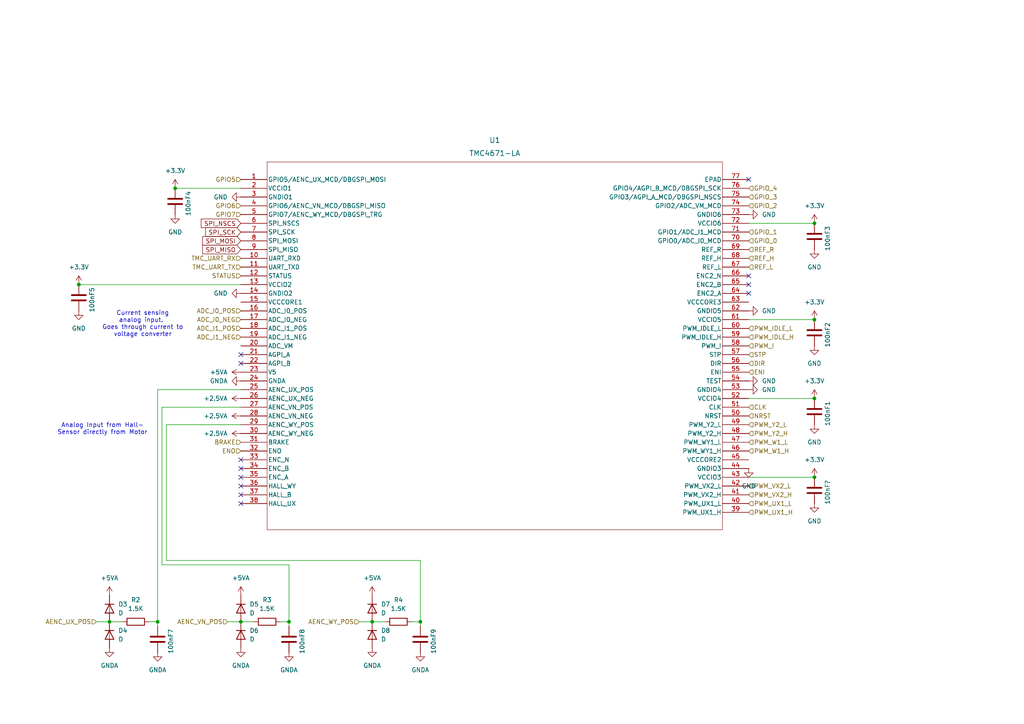
<source format=kicad_sch>
(kicad_sch (version 20231120) (generator "eeschema") (generator_version "8.0")
  (paper "A4")
  (lib_symbols
    (symbol "Custom_Motor_Driver:TMC4671-LA" (pin_names (offset 0.254))
      (property "Reference" "U" (at 73.66 10.16 0))
      (property "Value" "TMC4671-LA" (at 73.66 7.62 0))
      (symbol "TMC4671-LA_0_1"
        (polyline (pts (xy 7.62 -101.6) (xy 139.7 -101.6)) (stroke (width 0.127)))
        (polyline (pts (xy 7.62 5.08) (xy 7.62 -101.6)) (stroke (width 0.127)))
        (polyline (pts (xy 139.7 -101.6) (xy 139.7 5.08)) (stroke (width 0.127)))
        (polyline (pts (xy 139.7 5.08) (xy 7.62 5.08)) (stroke (width 0.127)))
        (pin bidirectional line (at 0 0 0) (length 7.62) (name "GPIO5/AENC_UX_MCD/DBGSPI_MOSI") (number "1"))
        (pin input line (at 0 -22.86 0) (length 7.62) (name "UART_RXD") (number "10"))
        (pin output line (at 0 -25.4 0) (length 7.62) (name "UART_TXD") (number "11"))
        (pin output line (at 0 -27.94 0) (length 7.62) (name "STATUS") (number "12"))
        (pin power_in line (at 0 -30.48 0) (length 7.62) (name "VCCIO2") (number "13"))
        (pin power_in line (at 0 -33.02 0) (length 7.62) (name "GNDIO2") (number "14"))
        (pin power_in line (at 0 -35.56 0) (length 7.62) (name "VCCCORE1") (number "15"))
        (pin input line (at 0 -38.1 0) (length 7.62) (name "ADC_I0_POS") (number "16"))
        (pin input line (at 0 -40.64 0) (length 7.62) (name "ADC_I0_NEG") (number "17"))
        (pin input line (at 0 -43.18 0) (length 7.62) (name "ADC_I1_POS") (number "18"))
        (pin input line (at 0 -45.72 0) (length 7.62) (name "ADC_I1_NEG") (number "19"))
        (pin power_in line (at 0 -2.54 0) (length 7.62) (name "VCCIO1") (number "2"))
        (pin input line (at 0 -48.26 0) (length 7.62) (name "ADC_VM") (number "20"))
        (pin input line (at 0 -50.8 0) (length 7.62) (name "AGPI_A") (number "21"))
        (pin input line (at 0 -53.34 0) (length 7.62) (name "AGPI_B") (number "22"))
        (pin power_in line (at 0 -55.88 0) (length 7.62) (name "V5") (number "23"))
        (pin power_in line (at 0 -58.42 0) (length 7.62) (name "GNDA") (number "24"))
        (pin input line (at 0 -60.96 0) (length 7.62) (name "AENC_UX_POS") (number "25"))
        (pin input line (at 0 -63.5 0) (length 7.62) (name "AENC_UX_NEG") (number "26"))
        (pin input line (at 0 -66.04 0) (length 7.62) (name "AENC_VN_POS") (number "27"))
        (pin input line (at 0 -68.58 0) (length 7.62) (name "AENC_VN_NEG") (number "28"))
        (pin input line (at 0 -71.12 0) (length 7.62) (name "AENC_WY_POS") (number "29"))
        (pin power_in line (at 0 -5.08 0) (length 7.62) (name "GNDIO1") (number "3"))
        (pin input line (at 0 -73.66 0) (length 7.62) (name "AENC_WY_NEG") (number "30"))
        (pin output line (at 0 -76.2 0) (length 7.62) (name "BRAKE") (number "31"))
        (pin output line (at 0 -78.74 0) (length 7.62) (name "ENO") (number "32"))
        (pin input line (at 0 -81.28 0) (length 7.62) (name "ENC_N") (number "33"))
        (pin input line (at 0 -83.82 0) (length 7.62) (name "ENC_B") (number "34"))
        (pin input line (at 0 -86.36 0) (length 7.62) (name "ENC_A") (number "35"))
        (pin input line (at 0 -88.9 0) (length 7.62) (name "HALL_WY") (number "36"))
        (pin input line (at 0 -91.44 0) (length 7.62) (name "HALL_B") (number "37"))
        (pin input line (at 0 -93.98 0) (length 7.62) (name "HALL_UX") (number "38"))
        (pin output line (at 147.32 -96.52 180) (length 7.62) (name "PWM_UX1_H") (number "39"))
        (pin bidirectional line (at 0 -7.62 0) (length 7.62) (name "GPIO6/AENC_VN_MCD/DBGSPI_MISO") (number "4"))
        (pin output line (at 147.32 -93.98 180) (length 7.62) (name "PWM_UX1_L") (number "40"))
        (pin output line (at 147.32 -91.44 180) (length 7.62) (name "PWM_VX2_H") (number "41"))
        (pin output line (at 147.32 -88.9 180) (length 7.62) (name "PWM_VX2_L") (number "42"))
        (pin power_in line (at 147.32 -86.36 180) (length 7.62) (name "VCCIO3") (number "43"))
        (pin power_in line (at 147.32 -83.82 180) (length 7.62) (name "GNDIO3") (number "44"))
        (pin power_in line (at 147.32 -81.28 180) (length 7.62) (name "VCCCORE2") (number "45"))
        (pin output line (at 147.32 -78.74 180) (length 7.62) (name "PWM_WY1_H") (number "46"))
        (pin output line (at 147.32 -76.2 180) (length 7.62) (name "PWM_WY1_L") (number "47"))
        (pin output line (at 147.32 -73.66 180) (length 7.62) (name "PWM_Y2_H") (number "48"))
        (pin output line (at 147.32 -71.12 180) (length 7.62) (name "PWM_Y2_L") (number "49"))
        (pin bidirectional line (at 0 -10.16 0) (length 7.62) (name "GPIO7/AENC_WY_MCD/DBGSPI_TRG") (number "5"))
        (pin input line (at 147.32 -68.58 180) (length 7.62) (name "NRST") (number "50"))
        (pin input line (at 147.32 -66.04 180) (length 7.62) (name "CLK") (number "51"))
        (pin power_in line (at 147.32 -63.5 180) (length 7.62) (name "VCCIO4") (number "52"))
        (pin power_in line (at 147.32 -60.96 180) (length 7.62) (name "GNDIO4") (number "53"))
        (pin input line (at 147.32 -58.42 180) (length 7.62) (name "TEST") (number "54"))
        (pin input line (at 147.32 -55.88 180) (length 7.62) (name "ENI") (number "55"))
        (pin input line (at 147.32 -53.34 180) (length 7.62) (name "DIR") (number "56"))
        (pin input line (at 147.32 -50.8 180) (length 7.62) (name "STP") (number "57"))
        (pin input line (at 147.32 -48.26 180) (length 7.62) (name "PWM_I") (number "58"))
        (pin input line (at 147.32 -45.72 180) (length 7.62) (name "PWM_IDLE_H") (number "59"))
        (pin input line (at 0 -12.7 0) (length 7.62) (name "SPI_NSCS") (number "6"))
        (pin input line (at 147.32 -43.18 180) (length 7.62) (name "PWM_IDLE_L") (number "60"))
        (pin power_in line (at 147.32 -40.64 180) (length 7.62) (name "VCCIO5") (number "61"))
        (pin power_in line (at 147.32 -38.1 180) (length 7.62) (name "GNDIO5") (number "62"))
        (pin power_in line (at 147.32 -35.56 180) (length 7.62) (name "VCCCORE3") (number "63"))
        (pin input line (at 147.32 -33.02 180) (length 7.62) (name "ENC2_A") (number "64"))
        (pin input line (at 147.32 -30.48 180) (length 7.62) (name "ENC2_B") (number "65"))
        (pin input line (at 147.32 -27.94 180) (length 7.62) (name "ENC2_N") (number "66"))
        (pin input line (at 147.32 -25.4 180) (length 7.62) (name "REF_L") (number "67"))
        (pin input line (at 147.32 -22.86 180) (length 7.62) (name "REF_H") (number "68"))
        (pin input line (at 147.32 -20.32 180) (length 7.62) (name "REF_R") (number "69"))
        (pin input line (at 0 -15.24 0) (length 7.62) (name "SPI_SCK") (number "7"))
        (pin bidirectional line (at 147.32 -17.78 180) (length 7.62) (name "GPIO0/ADC_I0_MCD") (number "70"))
        (pin bidirectional line (at 147.32 -15.24 180) (length 7.62) (name "GPIO1/ADC_I1_MCD") (number "71"))
        (pin power_in line (at 147.32 -12.7 180) (length 7.62) (name "VCCIO6") (number "72"))
        (pin power_in line (at 147.32 -10.16 180) (length 7.62) (name "GNDIO6") (number "73"))
        (pin bidirectional line (at 147.32 -7.62 180) (length 7.62) (name "GPIO2/ADC_VM_MCD") (number "74"))
        (pin bidirectional line (at 147.32 -5.08 180) (length 7.62) (name "GPIO3/AGPI_A_MCD/DBGSPI_NSCS") (number "75"))
        (pin bidirectional line (at 147.32 -2.54 180) (length 7.62) (name "GPIO4/AGPI_B_MCD/DBGSPI_SCK") (number "76"))
        (pin unspecified line (at 147.32 0 180) (length 7.62) (name "EPAD") (number "77"))
        (pin input line (at 0 -17.78 0) (length 7.62) (name "SPI_MOSI") (number "8"))
        (pin output line (at 0 -20.32 0) (length 7.62) (name "SPI_MISO") (number "9"))
      )
    )
    (symbol "Device:C" (pin_numbers hide) (pin_names (offset 0.254))
      (property "Reference" "C" (at 0.635 2.54 0))
      (property "Value" "C" (at 0.635 -2.54 0))
      (symbol "C_0_1"
        (polyline (pts (xy -2.032 -0.762) (xy 2.032 -0.762)) (stroke (width 0.508)))
        (polyline (pts (xy -2.032 0.762) (xy 2.032 0.762)) (stroke (width 0.508)))
      )
      (symbol "C_1_1"
        (pin passive line (at 0 3.81 270) (length 2.794) (name "~") (number "1"))
        (pin passive line (at 0 -3.81 90) (length 2.794) (name "~") (number "2"))
      )
    )
    (symbol "Device:D" (pin_numbers hide) (pin_names (offset 1.016) hide)
      (property "Reference" "D" (at 0 2.54 0))
      (property "Value" "D" (at 0 -2.54 0))
      (symbol "D_0_1"
        (polyline (pts (xy -1.27 1.27) (xy -1.27 -1.27)) (stroke (width 0.254)))
        (polyline (pts (xy 1.27 0) (xy -1.27 0)))
        (polyline (pts (xy 1.27 1.27) (xy 1.27 -1.27) (xy -1.27 0) (xy 1.27 1.27)) (stroke (width 0.254)))
      )
      (symbol "D_1_1"
        (pin passive line (at -3.81 0 0) (length 2.54) (name "K") (number "1"))
        (pin passive line (at 3.81 0 180) (length 2.54) (name "A") (number "2"))
      )
    )
    (symbol "Device:R" (pin_numbers hide) (pin_names (offset 0))
      (property "Reference" "R" (at 2.032 0 90))
      (property "Value" "R" (at 0 0 90))
      (symbol "R_0_1"
        (rectangle (start -1.016 -2.54) (end 1.016 2.54) (stroke (width 0.254)))
      )
      (symbol "R_1_1"
        (pin passive line (at 0 3.81 270) (length 1.27) (name "~") (number "1"))
        (pin passive line (at 0 -3.81 90) (length 1.27) (name "~") (number "2"))
      )
    )
    (symbol "power:+2V5" (power) (pin_numbers hide) (pin_names (offset 0) hide)
      (property "Value" "+2V5" (at 0 3.556 0))
      (symbol "+2V5_0_1"
        (polyline (pts (xy -0.762 1.27) (xy 0 2.54)))
        (polyline (pts (xy 0 0) (xy 0 2.54)))
        (polyline (pts (xy 0 2.54) (xy 0.762 1.27)))
      )
      (symbol "+2V5_1_1"
        (pin power_in line (at 0 0 90) (length 0) (name "~") (number "1"))
      )
    )
    (symbol "power:+3.3V" (power) (pin_numbers hide) (pin_names (offset 0) hide)
      (property "Value" "+3.3V" (at 0 3.556 0))
      (symbol "+3.3V_0_1"
        (polyline (pts (xy -0.762 1.27) (xy 0 2.54)))
        (polyline (pts (xy 0 0) (xy 0 2.54)))
        (polyline (pts (xy 0 2.54) (xy 0.762 1.27)))
      )
      (symbol "+3.3V_1_1"
        (pin power_in line (at 0 0 90) (length 0) (name "~") (number "1"))
      )
    )
    (symbol "power:+5VA" (power) (pin_numbers hide) (pin_names (offset 0) hide)
      (property "Value" "+5VA" (at 0 3.556 0))
      (symbol "+5VA_0_1"
        (polyline (pts (xy -0.762 1.27) (xy 0 2.54)))
        (polyline (pts (xy 0 0) (xy 0 2.54)))
        (polyline (pts (xy 0 2.54) (xy 0.762 1.27)))
      )
      (symbol "+5VA_1_1"
        (pin power_in line (at 0 0 90) (length 0) (name "~") (number "1"))
      )
    )
    (symbol "power:GND" (power) (pin_numbers hide) (pin_names (offset 0) hide)
      (property "Value" "GND" (at 0 -3.81 0))
      (symbol "GND_0_1"
        (polyline (pts (xy 0 0) (xy 0 -1.27) (xy 1.27 -1.27) (xy 0 -2.54) (xy -1.27 -1.27) (xy 0 -1.27)))
      )
      (symbol "GND_1_1"
        (pin power_in line (at 0 0 270) (length 0) (name "~") (number "1"))
      )
    )
    (symbol "power:GNDA" (power) (pin_numbers hide) (pin_names (offset 0) hide)
      (property "Value" "GNDA" (at 0 -3.81 0))
      (symbol "GNDA_0_1"
        (polyline (pts (xy 0 0) (xy 0 -1.27) (xy 1.27 -1.27) (xy 0 -2.54) (xy -1.27 -1.27) (xy 0 -1.27)))
      )
      (symbol "GNDA_1_1"
        (pin power_in line (at 0 0 270) (length 0) (name "~") (number "1"))
      )
    )
  )
  (junction (at 236.22 64.77))
  (junction (at 50.8 54.61))
  (junction (at 69.85 180.34))
  (junction (at 31.75 180.34))
  (junction (at 121.92 180.34))
  (junction (at 22.86 82.55))
  (junction (at 236.22 138.43))
  (junction (at 236.22 92.71))
  (junction (at 236.22 115.57))
  (junction (at 107.95 180.34))
  (junction (at 45.72 180.34))
  (junction (at 83.82 180.34))
  (no_connect (at 217.17 80.01))
  (no_connect (at 69.85 143.51))
  (no_connect (at 69.85 133.35))
  (no_connect (at 69.85 140.97))
  (no_connect (at 217.17 82.55))
  (no_connect (at 69.85 138.43))
  (no_connect (at 69.85 102.87))
  (no_connect (at 69.85 105.41))
  (no_connect (at 217.17 52.07))
  (no_connect (at 69.85 135.89))
  (no_connect (at 69.85 146.05))
  (no_connect (at 217.17 85.09))
  (wire (pts (xy 121.92 162.56) (xy 121.92 180.34)))
  (wire (pts (xy 69.85 118.11) (xy 46.99 118.11)))
  (wire (pts (xy 69.85 180.34) (xy 73.66 180.34)))
  (wire (pts (xy 48.26 123.19) (xy 48.26 162.56)))
  (wire (pts (xy 81.28 180.34) (xy 83.82 180.34)))
  (wire (pts (xy 121.92 180.34) (xy 121.92 181.61)))
  (wire (pts (xy 83.82 180.34) (xy 83.82 181.61)))
  (wire (pts (xy 69.85 113.03) (xy 45.72 113.03)))
  (wire (pts (xy 27.94 180.34) (xy 31.75 180.34)))
  (wire (pts (xy 22.86 82.55) (xy 69.85 82.55)))
  (wire (pts (xy 43.18 180.34) (xy 45.72 180.34)))
  (wire (pts (xy 83.82 163.83) (xy 83.82 180.34)))
  (wire (pts (xy 45.72 113.03) (xy 45.72 180.34)))
  (wire (pts (xy 45.72 180.34) (xy 45.72 181.61)))
  (wire (pts (xy 69.85 54.61) (xy 50.8 54.61)))
  (wire (pts (xy 217.17 92.71) (xy 236.22 92.71)))
  (wire (pts (xy 31.75 180.34) (xy 35.56 180.34)))
  (wire (pts (xy 46.99 118.11) (xy 46.99 163.83)))
  (wire (pts (xy 69.85 123.19) (xy 48.26 123.19)))
  (wire (pts (xy 119.38 180.34) (xy 121.92 180.34)))
  (wire (pts (xy 217.17 115.57) (xy 236.22 115.57)))
  (wire (pts (xy 46.99 163.83) (xy 83.82 163.83)))
  (wire (pts (xy 66.04 180.34) (xy 69.85 180.34)))
  (wire (pts (xy 104.14 180.34) (xy 107.95 180.34)))
  (wire (pts (xy 107.95 180.34) (xy 111.76 180.34)))
  (wire (pts (xy 217.17 138.43) (xy 236.22 138.43)))
  (wire (pts (xy 48.26 162.56) (xy 121.92 162.56)))
  (wire (pts (xy 217.17 64.77) (xy 236.22 64.77)))
  (text "Current sensing\nanalog input. \nGoes through current to\nvoltage converter\n" (at 41.402 93.98 0) (effects (font (size 1.27 1.27))))
  (text "Analog Input from Hall-\nSensor directly from Motor" (at 29.718 124.46 0) (effects (font (size 1.27 1.27))))
  (global_label "SPI_SCK" (shape input) (at 69.85 67.31 180) (property "Intersheetrefs" "${INTERSHEET_REFS}" (effects (hide yes))))
  (global_label "SPI_MISO" (shape input) (at 69.85 72.39 180) (property "Intersheetrefs" "${INTERSHEET_REFS}" (effects (hide yes))))
  (global_label "SPI_MOSI" (shape input) (at 69.85 69.85 180) (property "Intersheetrefs" "${INTERSHEET_REFS}" (effects (hide yes))))
  (global_label "SPI_NSCS" (shape input) (at 69.85 64.77 180) (property "Intersheetrefs" "${INTERSHEET_REFS}" (effects (hide yes))))
  (hierarchical_label "ADC_I0_POS" (shape input) (at 69.85 90.17 180))
  (hierarchical_label "ADC_I1_POS" (shape input) (at 69.85 95.25 180))
  (hierarchical_label "PWM_UX1_L" (shape input) (at 217.17 146.05 0))
  (hierarchical_label "PWM_VX2_H" (shape input) (at 217.17 143.51 0))
  (hierarchical_label "BRAKE" (shape input) (at 69.85 128.27 180))
  (hierarchical_label "ADC_I1_NEG" (shape input) (at 69.85 97.79 180))
  (hierarchical_label "PWM_I" (shape input) (at 217.17 100.33 0))
  (hierarchical_label "STP" (shape input) (at 217.17 102.87 0))
  (hierarchical_label "AENC_WY_POS" (shape input) (at 104.14 180.34 180))
  (hierarchical_label "PWM_IDLE_H" (shape input) (at 217.17 97.79 0))
  (hierarchical_label "REF_L" (shape input) (at 217.17 77.47 0))
  (hierarchical_label "GPIO7" (shape input) (at 69.85 62.23 180))
  (hierarchical_label "GPIO_4" (shape input) (at 217.17 54.61 0))
  (hierarchical_label "PWM_VX2_L" (shape input) (at 217.17 140.97 0))
  (hierarchical_label "ENI" (shape input) (at 217.17 107.95 0))
  (hierarchical_label "REF_R" (shape input) (at 217.17 72.39 0))
  (hierarchical_label "AENC_UX_POS" (shape input) (at 27.94 180.34 180))
  (hierarchical_label "GPIO_3" (shape input) (at 217.17 57.15 0))
  (hierarchical_label "DIR" (shape input) (at 217.17 105.41 0))
  (hierarchical_label "PWM_W1_H" (shape input) (at 217.17 130.81 0))
  (hierarchical_label "PWM_W1_L" (shape input) (at 217.17 128.27 0))
  (hierarchical_label "NRST" (shape input) (at 217.17 120.65 0))
  (hierarchical_label "PWM_Y2_H" (shape input) (at 217.17 125.73 0))
  (hierarchical_label "GPIO_2" (shape input) (at 217.17 59.69 0))
  (hierarchical_label "GPIO_0" (shape input) (at 217.17 69.85 0))
  (hierarchical_label "ADC_I0_NEG" (shape input) (at 69.85 92.71 180))
  (hierarchical_label "PWM_Y2_L" (shape input) (at 217.17 123.19 0))
  (hierarchical_label "ENO" (shape input) (at 69.85 130.81 180))
  (hierarchical_label "AENC_VN_POS" (shape input) (at 66.04 180.34 180))
  (hierarchical_label "REF_H" (shape input) (at 217.17 74.93 0))
  (hierarchical_label "TMC_UART_RX" (shape input) (at 69.85 74.93 180))
  (hierarchical_label "GPIO5" (shape input) (at 69.85 52.07 180))
  (hierarchical_label "CLK" (shape input) (at 217.17 118.11 0))
  (hierarchical_label "GPIO6" (shape input) (at 69.85 59.69 180))
  (hierarchical_label "PWM_UX1_H" (shape input) (at 217.17 148.59 0))
  (hierarchical_label "PWM_IDLE_L" (shape input) (at 217.17 95.25 0))
  (hierarchical_label "TMC_UART_TX" (shape input) (at 69.85 77.47 180))
  (hierarchical_label "STATUS" (shape input) (at 69.85 80.01 180))
  (hierarchical_label "GPIO_1" (shape input) (at 217.17 67.31 0))
  (symbol (lib_id "power:+3.3V") (at 236.22 92.71 0) (unit 1)
    (property "Reference" "#PWR045" (effects (hide yes)))
    (property "Value" "+3.3V" (at 236.22 87.63 0))
    (property "Description" "Power symbol creates a global label with name \"+3.3V\"" (effects (hide yes)))
    (instances (project "motordriver" (path "" (reference "#PWR045") (unit 1)) (path "" (reference "#PWR?") (unit 1)) (path "" (reference "#PWR?") (unit 1))))
  )
  (symbol (lib_id "power:GND") (at 236.22 72.39 0) (unit 1)
    (property "Reference" "#PWR043" (effects (hide yes)))
    (property "Value" "GND" (at 236.22 77.47 0))
    (property "Description" "Power symbol creates a global label with name \"GND\" , ground" (effects (hide yes)))
    (instances (project "motordriver" (path "" (reference "#PWR043") (unit 1)) (path "" (reference "#PWR?") (unit 1)) (path "" (reference "#PWR?") (unit 1))))
  )
  (symbol (lib_id "Device:C") (at 236.22 68.58 180) (unit 1)
    (property "Reference" "100nF3" (at 240.03 65.532 90) (effects (justify left)))
    (property "Value" "C" (effects (hide yes)))
    (property "Description" "Unpolarized capacitor" (effects (hide yes)))
    (instances (project "motordriver" (path "" (reference "100nF3") (unit 1)) (path "" (reference "100nF24") (unit 1)) (path "" (reference "100nF14") (unit 1))))
  )
  (symbol (lib_id "power:+5VA") (at 107.95 172.72 0) (unit 1)
    (property "Reference" "#PWR0147" (effects (hide yes)))
    (property "Value" "+5VA" (at 107.95 167.64 0))
    (property "Description" "Power symbol creates a global label with name \"+5VA\"" (effects (hide yes)))
    (instances (project "motordriver" (path "" (reference "#PWR0147") (unit 1)) (path "" (reference "#PWR0149") (unit 1)) (path "" (reference "#PWR0148") (unit 1))))
  )
  (symbol (lib_id "power:GNDA") (at 83.82 189.23 0) (unit 1)
    (property "Reference" "#PWR09" (effects (hide yes)))
    (property "Value" "GNDA" (at 83.82 194.31 0))
    (property "Description" "Power symbol creates a global label with name \"GNDA\" , analog ground" (effects (hide yes)))
    (instances (project "motordriver" (path "" (reference "#PWR09") (unit 1)) (path "" (reference "#PWR0128") (unit 1)) (path "" (reference "#PWR0127") (unit 1))))
  )
  (symbol (lib_id "power:GND") (at 217.17 62.23 90) (unit 1)
    (property "Reference" "#PWR042" (effects (hide yes)))
    (property "Value" "GND" (at 220.98 62.2299 90) (effects (justify right)))
    (property "Description" "Power symbol creates a global label with name \"GND\" , ground" (effects (hide yes)))
    (instances (project "motordriver" (path "" (reference "#PWR042") (unit 1)) (path "" (reference "#PWR?") (unit 1)) (path "" (reference "#PWR?") (unit 1))))
  )
  (symbol (lib_id "Device:D") (at 31.75 184.15 270) (unit 1)
    (property "Reference" "D4" (at 34.29 182.8799 90) (effects (justify left)))
    (property "Value" "D" (at 34.29 185.4199 90) (effects (justify left)))
    (property "Description" "Diode" (effects (hide yes)))
    (property "Sim.Device" "D" (effects (hide yes)))
    (property "Sim.Pins" "1=K 2=A" (effects (hide yes)))
    (instances (project "motordriver" (path "" (reference "D4") (unit 1)) (path "" (reference "D14") (unit 1)) (path "" (reference "D2") (unit 1))))
  )
  (symbol (lib_id "Device:C") (at 50.8 58.42 180) (unit 1)
    (property "Reference" "100nF4" (at 54.61 55.372 90) (effects (justify left)))
    (property "Value" "C" (effects (hide yes)))
    (property "Description" "Unpolarized capacitor" (effects (hide yes)))
    (instances (project "motordriver" (path "" (reference "100nF4") (unit 1)) (path "" (reference "100nF21") (unit 1)) (path "" (reference "100nF11") (unit 1))))
  )
  (symbol (lib_id "Device:R") (at 39.37 180.34 90) (unit 1)
    (property "Reference" "R2" (at 39.37 173.99 90))
    (property "Value" "1.5K" (at 39.37 176.53 90))
    (property "Description" "Resistor" (effects (hide yes)))
    (instances (project "motordriver" (path "" (reference "R2") (unit 1)) (path "" (reference "R7") (unit 1)) (path "" (reference "R1") (unit 1))))
  )
  (symbol (lib_id "power:GNDA") (at 45.72 189.23 0) (unit 1)
    (property "Reference" "#PWR01" (effects (hide yes)))
    (property "Value" "GNDA" (at 45.72 194.31 0))
    (property "Description" "Power symbol creates a global label with name \"GNDA\" , analog ground" (effects (hide yes)))
    (instances (project "motordriver" (path "" (reference "#PWR01") (unit 1)) (path "" (reference "#PWR05") (unit 1)) (path "" (reference "#PWR04") (unit 1))))
  )
  (symbol (lib_id "power:GND") (at 217.17 113.03 90) (unit 1)
    (property "Reference" "#PWR039" (effects (hide yes)))
    (property "Value" "GND" (at 220.98 113.0299 90) (effects (justify right)))
    (property "Description" "Power symbol creates a global label with name \"GND\" , ground" (effects (hide yes)))
    (instances (project "motordriver" (path "" (reference "#PWR039") (unit 1)) (path "" (reference "#PWR?") (unit 1)) (path "" (reference "#PWR?") (unit 1))))
  )
  (symbol (lib_id "power:GND") (at 236.22 123.19 0) (unit 1)
    (property "Reference" "#PWR038" (effects (hide yes)))
    (property "Value" "GND" (at 236.22 128.27 0))
    (property "Description" "Power symbol creates a global label with name \"GND\" , ground" (effects (hide yes)))
    (instances (project "motordriver" (path "" (reference "#PWR038") (unit 1)) (path "" (reference "#PWR?") (unit 1)) (path "" (reference "#PWR?") (unit 1))))
  )
  (symbol (lib_id "power:+3.3V") (at 236.22 64.77 0) (unit 1)
    (property "Reference" "#PWR044" (effects (hide yes)))
    (property "Value" "+3.3V" (at 236.22 59.69 0))
    (property "Description" "Power symbol creates a global label with name \"+3.3V\"" (effects (hide yes)))
    (instances (project "" (path "" (reference "#PWR044") (unit 1)) (path "" (reference "#PWR?") (unit 1)) (path "" (reference "#PWR?") (unit 1))))
  )
  (symbol (lib_id "power:GND") (at 50.8 62.23 0) (unit 1)
    (property "Reference" "#PWR?" (effects (hide yes)))
    (property "Value" "GND" (at 50.8 67.31 0))
    (property "Description" "Power symbol creates a global label with name \"GND\" , ground" (effects (hide yes)))
    (instances (project "motordriver" (path "" (reference "#PWR?") (unit 1)) (path "" (reference "#PWR017") (unit 1)) (path "" (reference "#PWR03") (unit 1))))
  )
  (symbol (lib_id "power:+3.3V") (at 236.22 115.57 0) (unit 1)
    (property "Reference" "#PWR035" (effects (hide yes)))
    (property "Value" "+3.3V" (at 236.22 110.49 0))
    (property "Description" "Power symbol creates a global label with name \"+3.3V\"" (effects (hide yes)))
    (instances (project "motordriver" (path "" (reference "#PWR035") (unit 1)) (path "" (reference "#PWR?") (unit 1)) (path "" (reference "#PWR?") (unit 1))))
  )
  (symbol (lib_id "Device:C") (at 83.82 185.42 180) (unit 1)
    (property "Reference" "100nF8" (at 87.63 182.372 90) (effects (justify left)))
    (property "Value" "C" (effects (hide yes)))
    (property "Description" "Unpolarized capacitor" (effects (hide yes)))
    (instances (project "motordriver" (path "" (reference "100nF8") (unit 1)) (path "" (reference "100nF22") (unit 1)) (path "" (reference "100nF12") (unit 1))))
  )
  (symbol (lib_id "power:GNDA") (at 121.92 189.23 0) (unit 1)
    (property "Reference" "#PWR0152" (effects (hide yes)))
    (property "Value" "GNDA" (at 121.92 194.31 0))
    (property "Description" "Power symbol creates a global label with name \"GNDA\" , analog ground" (effects (hide yes)))
    (instances (project "motordriver" (path "" (reference "#PWR0152") (unit 1)) (path "" (reference "#PWR0154") (unit 1)) (path "" (reference "#PWR0153") (unit 1))))
  )
  (symbol (lib_id "power:GNDA") (at 69.85 110.49 270) (unit 1)
    (property "Reference" "#PWR031" (effects (hide yes)))
    (property "Value" "GNDA" (at 66.04 110.4899 90) (effects (justify right)))
    (property "Description" "Power symbol creates a global label with name \"GNDA\" , analog ground" (effects (hide yes)))
    (instances (project "" (path "" (reference "#PWR031") (unit 1)) (path "" (reference "#PWR?") (unit 1)) (path "" (reference "#PWR?") (unit 1))))
  )
  (symbol (lib_id "Device:D") (at 69.85 176.53 270) (unit 1)
    (property "Reference" "D5" (at 72.39 175.2599 90) (effects (justify left)))
    (property "Value" "D" (at 72.39 177.7999 90) (effects (justify left)))
    (property "Description" "Diode" (effects (hide yes)))
    (property "Sim.Device" "D" (effects (hide yes)))
    (property "Sim.Pins" "1=K 2=A" (effects (hide yes)))
    (instances (project "motordriver" (path "" (reference "D5") (unit 1)) (path "" (reference "D15") (unit 1)) (path "" (reference "D9") (unit 1))))
  )
  (symbol (lib_id "Device:C") (at 236.22 142.24 180) (unit 1)
    (property "Reference" "100nF?" (at 240.03 139.192 90) (effects (justify left)))
    (property "Value" "C" (effects (hide yes)))
    (property "Description" "Unpolarized capacitor" (effects (hide yes)))
    (instances (project "motordriver" (path "" (reference "100nF?") (unit 1)) (path "" (reference "100nF27") (unit 1)) (path "" (reference "100nF18") (unit 1))))
  )
  (symbol (lib_id "power:GND") (at 217.17 135.89 0) (unit 1)
    (property "Reference" "#PWR037" (effects (hide yes)))
    (property "Value" "GND" (at 217.17 140.97 0))
    (property "Description" "Power symbol creates a global label with name \"GND\" , ground" (effects (hide yes)))
    (instances (project "motordriver" (path "" (reference "#PWR037") (unit 1)) (path "" (reference "#PWR?") (unit 1)) (path "" (reference "#PWR?") (unit 1))))
  )
  (symbol (lib_id "power:+5VA") (at 69.85 107.95 90) (unit 1)
    (property "Reference" "#PWR0131" (effects (hide yes)))
    (property "Value" "+5VA" (at 66.04 107.9499 90) (effects (justify left)))
    (property "Description" "Power symbol creates a global label with name \"+5VA\"" (effects (hide yes)))
    (instances (project "" (path "" (reference "#PWR0130") (unit 1)) (path "" (reference "#PWR0132") (unit 1)) (path "" (reference "#PWR0131") (unit 1))))
  )
  (symbol (lib_id "power:GND") (at 217.17 90.17 90) (unit 1)
    (property "Reference" "#PWR041" (effects (hide yes)))
    (property "Value" "GND" (at 220.98 90.1699 90) (effects (justify right)))
    (property "Description" "Power symbol creates a global label with name \"GND\" , ground" (effects (hide yes)))
    (instances (project "motordriver" (path "" (reference "#PWR041") (unit 1)) (path "" (reference "#PWR?") (unit 1)) (path "" (reference "#PWR?") (unit 1))))
  )
  (symbol (lib_id "power:GND") (at 69.85 85.09 270) (unit 1)
    (property "Reference" "#PWR032" (effects (hide yes)))
    (property "Value" "GND" (at 66.04 85.0899 90) (effects (justify right)))
    (property "Description" "Power symbol creates a global label with name \"GND\" , ground" (effects (hide yes)))
    (instances (project "" (path "" (reference "#PWR032") (unit 1)) (path "" (reference "#PWR?") (unit 1)) (path "" (reference "#PWR?") (unit 1))))
  )
  (symbol (lib_id "Device:C") (at 236.22 119.38 180) (unit 1)
    (property "Reference" "100nF1" (at 240.03 116.332 90) (effects (justify left)))
    (property "Value" "C" (effects (hide yes)))
    (property "Description" "Unpolarized capacitor" (effects (hide yes)))
    (instances (project "motordriver" (path "" (reference "100nF1") (unit 1)) (path "" (reference "100nF26") (unit 1)) (path "" (reference "100nF16") (unit 1))))
  )
  (symbol (lib_id "Device:D") (at 69.85 184.15 270) (unit 1)
    (property "Reference" "D6" (at 72.39 182.8799 90) (effects (justify left)))
    (property "Value" "D" (at 72.39 185.4199 90) (effects (justify left)))
    (property "Description" "Diode" (effects (hide yes)))
    (property "Sim.Device" "D" (effects (hide yes)))
    (property "Sim.Pins" "1=K 2=A" (effects (hide yes)))
    (instances (project "motordriver" (path "" (reference "D6") (unit 1)) (path "" (reference "D16") (unit 1)) (path "" (reference "D10") (unit 1))))
  )
  (symbol (lib_id "Device:R") (at 77.47 180.34 90) (unit 1)
    (property "Reference" "R3" (at 77.47 173.99 90))
    (property "Value" "1.5K" (at 77.47 176.53 90))
    (property "Description" "Resistor" (effects (hide yes)))
    (instances (project "motordriver" (path "" (reference "R3") (unit 1)) (path "" (reference "R8") (unit 1)) (path "" (reference "R5") (unit 1))))
  )
  (symbol (lib_id "power:GND") (at 217.17 110.49 90) (unit 1)
    (property "Reference" "#PWR040" (effects (hide yes)))
    (property "Value" "GND" (at 220.98 110.4899 90) (effects (justify right)))
    (property "Description" "Power symbol creates a global label with name \"GND\" , ground" (effects (hide yes)))
    (instances (project "motordriver" (path "" (reference "#PWR040") (unit 1)) (path "" (reference "#PWR?") (unit 1)) (path "" (reference "#PWR?") (unit 1))))
  )
  (symbol (lib_id "power:+3.3V") (at 22.86 82.55 0) (unit 1)
    (property "Reference" "#PWR029" (effects (hide yes)))
    (property "Value" "+3.3V" (at 22.86 77.47 0))
    (property "Description" "Power symbol creates a global label with name \"+3.3V\"" (effects (hide yes)))
    (instances (project "" (path "" (reference "#PWR029") (unit 1)) (path "" (reference "#PWR?") (unit 1)) (path "" (reference "#PWR?") (unit 1))))
  )
  (symbol (lib_id "Device:C") (at 22.86 86.36 180) (unit 1)
    (property "Reference" "100nF5" (at 26.67 83.312 90) (effects (justify left)))
    (property "Value" "C" (effects (hide yes)))
    (property "Description" "Unpolarized capacitor" (effects (hide yes)))
    (instances (project "motordriver" (path "" (reference "100nF5") (unit 1)) (path "" (reference "100nF19") (unit 1)) (path "" (reference "100nF6") (unit 1))))
  )
  (symbol (lib_id "power:+5VA") (at 69.85 172.72 0) (unit 1)
    (property "Reference" "#PWR0144" (effects (hide yes)))
    (property "Value" "+5VA" (at 69.85 167.64 0))
    (property "Description" "Power symbol creates a global label with name \"+5VA\"" (effects (hide yes)))
    (instances (project "motordriver" (path "" (reference "#PWR0144") (unit 1)) (path "" (reference "#PWR0146") (unit 1)) (path "" (reference "#PWR0145") (unit 1))))
  )
  (symbol (lib_id "Device:D") (at 107.95 184.15 270) (unit 1)
    (property "Reference" "D8" (at 110.49 182.8799 90) (effects (justify left)))
    (property "Value" "D" (at 110.49 185.4199 90) (effects (justify left)))
    (property "Description" "Diode" (effects (hide yes)))
    (property "Sim.Device" "D" (effects (hide yes)))
    (property "Sim.Pins" "1=K 2=A" (effects (hide yes)))
    (instances (project "motordriver" (path "" (reference "D8") (unit 1)) (path "" (reference "D18") (unit 1)) (path "" (reference "D12") (unit 1))))
  )
  (symbol (lib_id "Device:D") (at 107.95 176.53 270) (unit 1)
    (property "Reference" "D7" (at 110.49 175.2599 90) (effects (justify left)))
    (property "Value" "D" (at 110.49 177.7999 90) (effects (justify left)))
    (property "Description" "Diode" (effects (hide yes)))
    (property "Sim.Device" "D" (effects (hide yes)))
    (property "Sim.Pins" "1=K 2=A" (effects (hide yes)))
    (instances (project "motordriver" (path "" (reference "D7") (unit 1)) (path "" (reference "D17") (unit 1)) (path "" (reference "D11") (unit 1))))
  )
  (symbol (lib_id "Device:R") (at 115.57 180.34 90) (unit 1)
    (property "Reference" "R4" (at 115.57 173.99 90))
    (property "Value" "1.5K" (at 115.57 176.53 90))
    (property "Description" "Resistor" (effects (hide yes)))
    (instances (project "motordriver" (path "" (reference "R4") (unit 1)) (path "" (reference "R9") (unit 1)) (path "" (reference "R6") (unit 1))))
  )
  (symbol (lib_id "Custom_Motor_Driver:TMC4671-LA") (at 69.85 52.07 0) (unit 1)
    (property "Reference" "U1" (at 143.51 40.64 0) (effects (font (size 1.524 1.524))))
    (property "Value" "TMC4671-LA" (at 143.51 44.45 0) (effects (font (size 1.524 1.524))))
    (property "Footprint" "QFN76_10P5X6P5_TRI" (effects (hide yes)))
    (property "Datasheet" "TMC4671-LA" (effects (hide yes)))
    (instances (project "motordriver" (path "" (reference "U1") (unit 1)) (path "" (reference "U4") (unit 1)) (path "" (reference "U3") (unit 1))))
  )
  (symbol (lib_id "power:GNDA") (at 69.85 187.96 0) (unit 1)
    (property "Reference" "#PWR06" (effects (hide yes)))
    (property "Value" "GNDA" (at 69.85 193.04 0))
    (property "Description" "Power symbol creates a global label with name \"GNDA\" , analog ground" (effects (hide yes)))
    (instances (project "motordriver" (path "" (reference "#PWR06") (unit 1)) (path "" (reference "#PWR08") (unit 1)) (path "" (reference "#PWR07") (unit 1))))
  )
  (symbol (lib_id "power:GND") (at 69.85 57.15 270) (unit 1)
    (property "Reference" "#PWR047" (effects (hide yes)))
    (property "Value" "GND" (at 66.04 57.1499 90) (effects (justify right)))
    (property "Description" "Power symbol creates a global label with name \"GND\" , ground" (effects (hide yes)))
    (instances (project "motordriver" (path "" (reference "#PWR047") (unit 1)) (path "" (reference "#PWR?") (unit 1)) (path "" (reference "#PWR?") (unit 1))))
  )
  (symbol (lib_id "power:GND") (at 236.22 100.33 0) (unit 1)
    (property "Reference" "#PWR046" (effects (hide yes)))
    (property "Value" "GND" (at 236.22 105.41 0))
    (property "Description" "Power symbol creates a global label with name \"GND\" , ground" (effects (hide yes)))
    (instances (project "motordriver" (path "" (reference "#PWR046") (unit 1)) (path "" (reference "#PWR?") (unit 1)) (path "" (reference "#PWR?") (unit 1))))
  )
  (symbol (lib_id "power:GNDA") (at 31.75 187.96 0) (unit 1)
    (property "Reference" "#PWR0125" (effects (hide yes)))
    (property "Value" "GNDA" (at 31.75 193.04 0))
    (property "Description" "Power symbol creates a global label with name \"GNDA\" , analog ground" (effects (hide yes)))
    (instances (project "" (path "" (reference "#PWR0122") (unit 1)) (path "" (reference "#PWR0126") (unit 1)) (path "" (reference "#PWR0125") (unit 1))))
  )
  (symbol (lib_id "Device:C") (at 121.92 185.42 180) (unit 1)
    (property "Reference" "100nF9" (at 125.73 182.372 90) (effects (justify left)))
    (property "Value" "C" (effects (hide yes)))
    (property "Description" "Unpolarized capacitor" (effects (hide yes)))
    (instances (project "motordriver" (path "" (reference "100nF9") (unit 1)) (path "" (reference "100nF23") (unit 1)) (path "" (reference "100nF13") (unit 1))))
  )
  (symbol (lib_id "power:+3.3V") (at 236.22 138.43 0) (unit 1)
    (property "Reference" "#PWR034" (effects (hide yes)))
    (property "Value" "+3.3V" (at 236.22 133.35 0))
    (property "Description" "Power symbol creates a global label with name \"+3.3V\"" (effects (hide yes)))
    (instances (project "" (path "" (reference "#PWR034") (unit 1)) (path "" (reference "#PWR?") (unit 1)) (path "" (reference "#PWR?") (unit 1))))
  )
  (symbol (lib_id "power:GND") (at 236.22 146.05 0) (unit 1)
    (property "Reference" "#PWR036" (effects (hide yes)))
    (property "Value" "GND" (at 236.22 151.13 0))
    (property "Description" "Power symbol creates a global label with name \"GND\" , ground" (effects (hide yes)))
    (instances (project "" (path "" (reference "#PWR036") (unit 1)) (path "" (reference "#PWR?") (unit 1)) (path "" (reference "#PWR?") (unit 1))))
  )
  (symbol (lib_id "power:+2V5") (at 69.85 125.73 90) (unit 1)
    (property "Reference" "#PWR0133" (effects (hide yes)))
    (property "Value" "+2.5VA" (at 66.04 125.7299 90) (effects (justify left)))
    (property "Description" "Power symbol creates a global label with name \"+2.5VA\"" (effects (hide yes)))
    (instances (project "motordriver" (path "" (reference "#PWR0133") (unit 1)) (path "" (reference "#PWR0135") (unit 1)) (path "" (reference "#PWR0134") (unit 1))))
  )
  (symbol (lib_id "power:+2V5") (at 69.85 120.65 90) (unit 1)
    (property "Reference" "#PWR0136" (effects (hide yes)))
    (property "Value" "+2.5VA" (at 66.04 120.6499 90) (effects (justify left)))
    (property "Description" "Power symbol creates a global label with name \"+2.5VA\"" (effects (hide yes)))
    (instances (project "motordriver" (path "" (reference "#PWR0136") (unit 1)) (path "" (reference "#PWR0138") (unit 1)) (path "" (reference "#PWR0137") (unit 1))))
  )
  (symbol (lib_id "power:+2V5") (at 69.85 115.57 90) (unit 1)
    (property "Reference" "#PWR0139" (effects (hide yes)))
    (property "Value" "+2.5VA" (at 66.04 115.5699 90) (effects (justify left)))
    (property "Description" "Power symbol creates a global label with name \"+2.5VA\"" (effects (hide yes)))
    (instances (project "motordriver" (path "" (reference "#PWR0139") (unit 1)) (path "" (reference "#PWR0141") (unit 1)) (path "" (reference "#PWR0140") (unit 1))))
  )
  (symbol (lib_id "power:GNDA") (at 107.95 187.96 0) (unit 1)
    (property "Reference" "#PWR0129" (effects (hide yes)))
    (property "Value" "GNDA" (at 107.95 193.04 0))
    (property "Description" "Power symbol creates a global label with name \"GNDA\" , analog ground" (effects (hide yes)))
    (instances (project "motordriver" (path "" (reference "#PWR0129") (unit 1)) (path "" (reference "#PWR0151") (unit 1)) (path "" (reference "#PWR0150") (unit 1))))
  )
  (symbol (lib_id "Device:C") (at 236.22 96.52 180) (unit 1)
    (property "Reference" "100nF2" (at 240.03 93.472 90) (effects (justify left)))
    (property "Value" "C" (effects (hide yes)))
    (property "Description" "Unpolarized capacitor" (effects (hide yes)))
    (instances (project "motordriver" (path "" (reference "100nF2") (unit 1)) (path "" (reference "100nF25") (unit 1)) (path "" (reference "100nF15") (unit 1))))
  )
  (symbol (lib_id "power:+3.3V") (at 50.8 54.61 0) (unit 1)
    (property "Reference" "#PWR028" (effects (hide yes)))
    (property "Value" "+3.3V" (at 50.8 49.53 0))
    (property "Description" "Power symbol creates a global label with name \"+3.3V\"" (effects (hide yes)))
    (instances (project "" (path "" (reference "#PWR028") (unit 1)) (path "" (reference "#PWR?") (unit 1)) (path "" (reference "#PWR?") (unit 1))))
  )
  (symbol (lib_id "Device:D") (at 31.75 176.53 270) (unit 1)
    (property "Reference" "D3" (at 34.29 175.2599 90) (effects (justify left)))
    (property "Value" "D" (at 34.29 177.7999 90) (effects (justify left)))
    (property "Description" "Diode" (effects (hide yes)))
    (property "Sim.Device" "D" (effects (hide yes)))
    (property "Sim.Pins" "1=K 2=A" (effects (hide yes)))
    (instances (project "motordriver" (path "" (reference "D3") (unit 1)) (path "" (reference "D13") (unit 1)) (path "" (reference "D1") (unit 1))))
  )
  (symbol (lib_id "power:GND") (at 22.86 90.17 0) (unit 1)
    (property "Reference" "#PWR033" (effects (hide yes)))
    (property "Value" "GND" (at 22.86 95.25 0))
    (property "Description" "Power symbol creates a global label with name \"GND\" , ground" (effects (hide yes)))
    (instances (project "motordriver" (path "" (reference "#PWR033") (unit 1)) (path "" (reference "#PWR?") (unit 1)) (path "" (reference "#PWR?") (unit 1))))
  )
  (symbol (lib_id "power:+5VA") (at 31.75 172.72 0) (unit 1)
    (property "Reference" "#PWR030" (effects (hide yes)))
    (property "Value" "+5VA" (at 31.75 167.64 0))
    (property "Description" "Power symbol creates a global label with name \"+5VA\"" (effects (hide yes)))
    (instances (project "motordriver" (path "" (reference "#PWR030") (unit 1)) (path "" (reference "#PWR0143") (unit 1)) (path "" (reference "#PWR0142") (unit 1))))
  )
  (symbol (lib_id "Device:C") (at 45.72 185.42 180) (unit 1)
    (property "Reference" "100nF7" (at 49.53 182.372 90) (effects (justify left)))
    (property "Value" "C" (effects (hide yes)))
    (property "Description" "Unpolarized capacitor" (effects (hide yes)))
    (instances (project "motordriver" (path "" (reference "100nF7") (unit 1)) (path "" (reference "100nF20") (unit 1)) (path "" (reference "100nF10") (unit 1))))
  )
)
</source>
